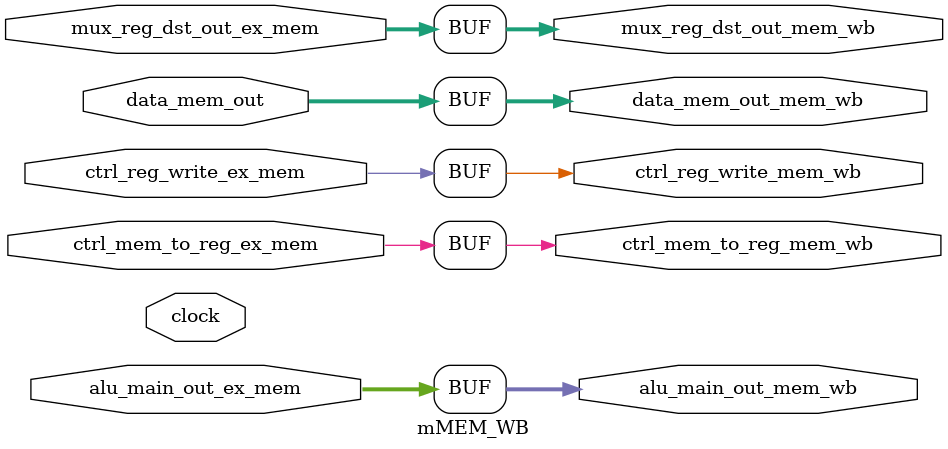
<source format=v>

module mIF_ID
(
	input wire clock,

	// Entrada somador PC
	input wire[31:0] somador_pc_plus_4,

	// Entrada Memória de instruções
	current_instruction,

	input wire ctrl_hazard_if_id_write,

	// Saída somador PC
	output reg[31:0] somador_pc_plus_4_if_id,

	// Saída Memória de instruções
	current_instruction_if_id
);

	always @(clock) begin
		if(ctrl_hazard_if_id_write == 1) begin
			somador_pc_plus_4_if_id   <= somador_pc_plus_4;
			current_instruction_if_id <= current_instruction;
		end
	end

endmodule



module mID_EX
(
	input wire clock,

	// Entrada IF/ID
	input wire[31:0] somador_pc_plus_4_if_id,
	// Entrada do extensor de sinal
	extension_out,

	// Entradas RegisterFile
	reg_1_content,
	reg_2_content,
	current_instruction_if_id,

	input wire ctrl_alu_op0_hazard_mux,
	ctrl_alu_op1_hazard_mux,

	// Entradas Multiplexador Hazard
	ctrl_reg_dst_hazard_mux,
	ctrl_alu_src_hazard_mux,
	ctrl_mem_to_reg_hazard_mux,
	ctrl_reg_write_hazard_mux,
	ctrl_mem_read_hazard_mux,
	ctrl_mem_write_hazard_mux,
	ctrl_branch_hazard_mux,

	// Saída IF/ID
	output reg[31:0] somador_pc_plus_4_id_ex,

	// Saída do extensor de sinal
	extension_out_id_ex,
	reg_1_content_id_ex,
	reg_2_content_id_ex,

	current_instruction_id_ex,

	// Saídas Control Unit
	output reg ctrl_reg_dst_id_ex,
	ctrl_alu_src_id_ex,
	ctrl_mem_to_reg_id_ex,
	ctrl_reg_write_id_ex,
	ctrl_mem_read_id_ex,
	ctrl_mem_write_id_ex,
	ctrl_branch_id_ex,

	output reg[1:0] ctrl_alu_op_id_ex
);

	always @(clock) begin
		somador_pc_plus_4_id_ex 				 <= somador_pc_plus_4_if_id;

		// Control Unit
		ctrl_reg_dst_id_ex					<= ctrl_reg_dst_hazard_mux;
		ctrl_alu_src_id_ex					<= ctrl_alu_src_hazard_mux;
		ctrl_mem_to_reg_id_ex				<= ctrl_mem_to_reg_hazard_mux;
		ctrl_reg_write_id_ex				<= ctrl_reg_write_hazard_mux;
		ctrl_mem_read_id_ex					<= ctrl_mem_read_hazard_mux;
		ctrl_mem_write_id_ex				<= ctrl_mem_write_hazard_mux;
		ctrl_branch_id_ex					<= ctrl_branch_hazard_mux;
		ctrl_alu_op_id_ex[0]				<= ctrl_alu_op0_hazard_mux;
		ctrl_alu_op_id_ex[1]				<= ctrl_alu_op1_hazard_mux;

		extension_out_id_ex					<= extension_out;
		reg_1_content_id_ex					<= reg_1_content;
		reg_2_content_id_ex					<= reg_2_content;
		current_instruction_id_ex			<= current_instruction_if_id;
	end

endmodule



module mEX_MEM
(
	input wire clock,

	//Entradas Control Unity
	input wire ctrl_mem_to_reg_id_ex,
	ctrl_reg_write_id_ex,
	ctrl_mem_read_id_ex,
	ctrl_mem_write_id_ex,

	//Entradas ALU
	input wire alu_zero,
	input wire[31:0] alu_main_out,

	//Entradas ID_EX
	reg_2_content_id_ex,

	//Entradas MultiplexorRegDst
	input wire[4:0] mux_reg_dst_out,

	//Saida Controk Unity
	output reg ctrl_mem_to_reg_ex_mem,
	ctrl_reg_write_ex_mem,
	ctrl_mem_read_ex_mem,
	ctrl_mem_write_ex_mem,

	//Saidas ALU
	output reg alu_zero_ex_mem,
	output reg[31:0] alu_main_out_ex_mem,

	//Saidas ID_EX
  reg_2_content_ex_mem,

	//Saidas MultiplexorRegDst
	output reg[4:0] mux_reg_dst_out_ex_mem
);

	always @(clock) begin
		alu_zero_ex_mem					 <= alu_zero;
		ctrl_mem_to_reg_ex_mem			<= ctrl_mem_to_reg_id_ex;
		ctrl_reg_write_ex_mem			<= ctrl_reg_write_id_ex;
		ctrl_mem_read_ex_mem			<= ctrl_mem_read_id_ex;
		ctrl_mem_write_ex_mem			<= ctrl_mem_write_id_ex;
		alu_main_out_ex_mem				<= alu_main_out;
		reg_2_content_ex_mem			<= reg_2_content_id_ex;
		mux_reg_dst_out_ex_mem				<= mux_reg_dst_out;
	end

endmodule



module mMEM_WB
(
	input wire clock,

//Entradas EX_MEM
	input wire 	ctrl_reg_write_ex_mem,
	ctrl_mem_to_reg_ex_mem,
	input wire [4:0] mux_reg_dst_out_ex_mem,
	input wire [31:0] alu_main_out_ex_mem,

	//Entradas DataMemory
	data_mem_out,

	//Saidas EX_MEM
	output reg 	ctrl_reg_write_mem_wb,
	ctrl_mem_to_reg_mem_wb,
	output reg [4:0] mux_reg_dst_out_mem_wb,
	output reg [31:0] alu_main_out_mem_wb,

	//Entradas DataMemory
	data_mem_out_mem_wb

);

	always @(clock) begin
		ctrl_reg_write_mem_wb     <= ctrl_reg_write_ex_mem;
		ctrl_mem_to_reg_mem_wb    <= ctrl_mem_to_reg_ex_mem;
		mux_reg_dst_out_mem_wb      <= mux_reg_dst_out_ex_mem;
		alu_main_out_mem_wb       <= alu_main_out_ex_mem;
		data_mem_out_mem_wb       <= data_mem_out;
	end

endmodule

</source>
